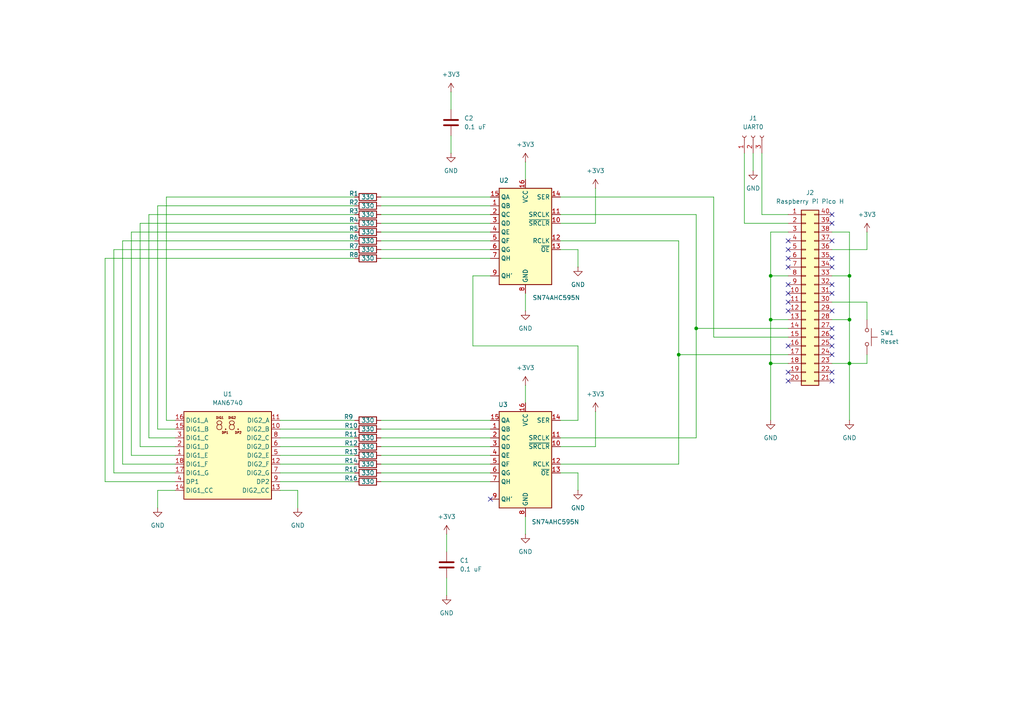
<source format=kicad_sch>
(kicad_sch (version 20231120) (generator "eeschema") (generator_version "8.0")
  (paper "A4")
  (title_block (title "Seven Segment Driver Test") (date "2024-07-20") (rev "0.1.0"))
  (lib_symbols
    (symbol "74xx:74AHC595"
      (property "Reference" "U" (at -7.62 13.97 0))
      (property "Value" "74AHC595" (at -7.62 -16.51 0))
      (symbol "74AHC595_1_0"
        (pin tri_state line (at 10.16 7.62 180) (length 2.54) (name "QB") (number "1"))
        (pin input line (at -10.16 2.54 0) (length 2.54) (name "~{SRCLR}") (number "10"))
        (pin input line (at -10.16 5.08 0) (length 2.54) (name "SRCLK") (number "11"))
        (pin input line (at -10.16 -2.54 0) (length 2.54) (name "RCLK") (number "12"))
        (pin input line (at -10.16 -5.08 0) (length 2.54) (name "~{OE}") (number "13"))
        (pin input line (at -10.16 10.16 0) (length 2.54) (name "SER") (number "14"))
        (pin tri_state line (at 10.16 10.16 180) (length 2.54) (name "QA") (number "15"))
        (pin power_in line (at 0 15.24 270) (length 2.54) (name "VCC") (number "16"))
        (pin tri_state line (at 10.16 5.08 180) (length 2.54) (name "QC") (number "2"))
        (pin tri_state line (at 10.16 2.54 180) (length 2.54) (name "QD") (number "3"))
        (pin tri_state line (at 10.16 0 180) (length 2.54) (name "QE") (number "4"))
        (pin tri_state line (at 10.16 -2.54 180) (length 2.54) (name "QF") (number "5"))
        (pin tri_state line (at 10.16 -5.08 180) (length 2.54) (name "QG") (number "6"))
        (pin tri_state line (at 10.16 -7.62 180) (length 2.54) (name "QH") (number "7"))
        (pin power_in line (at 0 -17.78 90) (length 2.54) (name "GND") (number "8"))
        (pin output line (at 10.16 -12.7 180) (length 2.54) (name "QH'") (number "9"))
      )
      (symbol "74AHC595_1_1"
        (rectangle (start -7.62 12.7) (end 7.62 -15.24) (stroke (width 0.254)) (fill (type background)))
      )
    )
    (symbol "Connector:Conn_01x03_Socket" (pin_names (offset 1.016) hide)
      (property "Reference" "J" (at 0 5.08 0))
      (property "Value" "Conn_01x03_Socket" (at 0 -5.08 0))
      (symbol "Conn_01x03_Socket_1_1"
        (arc (start 0 -2.032) (mid -0.5058 -2.54) (end 0 -3.048) (stroke (width 0.1524)))
        (polyline (pts (xy -1.27 -2.54) (xy -0.508 -2.54)) (stroke (width 0.1524)))
        (polyline (pts (xy -1.27 0) (xy -0.508 0)) (stroke (width 0.1524)))
        (polyline (pts (xy -1.27 2.54) (xy -0.508 2.54)) (stroke (width 0.1524)))
        (arc (start 0 0.508) (mid -0.5058 0) (end 0 -0.508) (stroke (width 0.1524)))
        (arc (start 0 3.048) (mid -0.5058 2.54) (end 0 2.032) (stroke (width 0.1524)))
        (pin passive line (at -5.08 2.54 0) (length 3.81) (name "Pin_1") (number "1"))
        (pin passive line (at -5.08 0 0) (length 3.81) (name "Pin_2") (number "2"))
        (pin passive line (at -5.08 -2.54 0) (length 3.81) (name "Pin_3") (number "3"))
      )
    )
    (symbol "Connector_Generic:Conn_02x20_Counter_Clockwise" (pin_names (offset 1.016) hide)
      (property "Reference" "J" (at 1.27 25.4 0))
      (property "Value" "Conn_02x20_Counter_Clockwise" (at 1.27 -27.94 0))
      (symbol "Conn_02x20_Counter_Clockwise_1_1"
        (rectangle (start -1.27 -25.273) (end 0 -25.527) (stroke (width 0.1524)))
        (rectangle (start -1.27 -22.733) (end 0 -22.987) (stroke (width 0.1524)))
        (rectangle (start -1.27 -20.193) (end 0 -20.447) (stroke (width 0.1524)))
        (rectangle (start -1.27 -17.653) (end 0 -17.907) (stroke (width 0.1524)))
        (rectangle (start -1.27 -15.113) (end 0 -15.367) (stroke (width 0.1524)))
        (rectangle (start -1.27 -12.573) (end 0 -12.827) (stroke (width 0.1524)))
        (rectangle (start -1.27 -10.033) (end 0 -10.287) (stroke (width 0.1524)))
        (rectangle (start -1.27 -7.493) (end 0 -7.747) (stroke (width 0.1524)))
        (rectangle (start -1.27 -4.953) (end 0 -5.207) (stroke (width 0.1524)))
        (rectangle (start -1.27 -2.413) (end 0 -2.667) (stroke (width 0.1524)))
        (rectangle (start -1.27 0.127) (end 0 -0.127) (stroke (width 0.1524)))
        (rectangle (start -1.27 2.667) (end 0 2.413) (stroke (width 0.1524)))
        (rectangle (start -1.27 5.207) (end 0 4.953) (stroke (width 0.1524)))
        (rectangle (start -1.27 7.747) (end 0 7.493) (stroke (width 0.1524)))
        (rectangle (start -1.27 10.287) (end 0 10.033) (stroke (width 0.1524)))
        (rectangle (start -1.27 12.827) (end 0 12.573) (stroke (width 0.1524)))
        (rectangle (start -1.27 15.367) (end 0 15.113) (stroke (width 0.1524)))
        (rectangle (start -1.27 17.907) (end 0 17.653) (stroke (width 0.1524)))
        (rectangle (start -1.27 20.447) (end 0 20.193) (stroke (width 0.1524)))
        (rectangle (start -1.27 22.987) (end 0 22.733) (stroke (width 0.1524)))
        (rectangle (start -1.27 24.13) (end 3.81 -26.67) (stroke (width 0.254)) (fill (type background)))
        (rectangle (start 3.81 -25.273) (end 2.54 -25.527) (stroke (width 0.1524)))
        (rectangle (start 3.81 -22.733) (end 2.54 -22.987) (stroke (width 0.1524)))
        (rectangle (start 3.81 -20.193) (end 2.54 -20.447) (stroke (width 0.1524)))
        (rectangle (start 3.81 -17.653) (end 2.54 -17.907) (stroke (width 0.1524)))
        (rectangle (start 3.81 -15.113) (end 2.54 -15.367) (stroke (width 0.1524)))
        (rectangle (start 3.81 -12.573) (end 2.54 -12.827) (stroke (width 0.1524)))
        (rectangle (start 3.81 -10.033) (end 2.54 -10.287) (stroke (width 0.1524)))
        (rectangle (start 3.81 -7.493) (end 2.54 -7.747) (stroke (width 0.1524)))
        (rectangle (start 3.81 -4.953) (end 2.54 -5.207) (stroke (width 0.1524)))
        (rectangle (start 3.81 -2.413) (end 2.54 -2.667) (stroke (width 0.1524)))
        (rectangle (start 3.81 0.127) (end 2.54 -0.127) (stroke (width 0.1524)))
        (rectangle (start 3.81 2.667) (end 2.54 2.413) (stroke (width 0.1524)))
        (rectangle (start 3.81 5.207) (end 2.54 4.953) (stroke (width 0.1524)))
        (rectangle (start 3.81 7.747) (end 2.54 7.493) (stroke (width 0.1524)))
        (rectangle (start 3.81 10.287) (end 2.54 10.033) (stroke (width 0.1524)))
        (rectangle (start 3.81 12.827) (end 2.54 12.573) (stroke (width 0.1524)))
        (rectangle (start 3.81 15.367) (end 2.54 15.113) (stroke (width 0.1524)))
        (rectangle (start 3.81 17.907) (end 2.54 17.653) (stroke (width 0.1524)))
        (rectangle (start 3.81 20.447) (end 2.54 20.193) (stroke (width 0.1524)))
        (rectangle (start 3.81 22.987) (end 2.54 22.733) (stroke (width 0.1524)))
        (pin passive line (at -5.08 22.86 0) (length 3.81) (name "Pin_1") (number "1"))
        (pin passive line (at -5.08 0 0) (length 3.81) (name "Pin_10") (number "10"))
        (pin passive line (at -5.08 -2.54 0) (length 3.81) (name "Pin_11") (number "11"))
        (pin passive line (at -5.08 -5.08 0) (length 3.81) (name "Pin_12") (number "12"))
        (pin passive line (at -5.08 -7.62 0) (length 3.81) (name "Pin_13") (number "13"))
        (pin passive line (at -5.08 -10.16 0) (length 3.81) (name "Pin_14") (number "14"))
        (pin passive line (at -5.08 -12.7 0) (length 3.81) (name "Pin_15") (number "15"))
        (pin passive line (at -5.08 -15.24 0) (length 3.81) (name "Pin_16") (number "16"))
        (pin passive line (at -5.08 -17.78 0) (length 3.81) (name "Pin_17") (number "17"))
        (pin passive line (at -5.08 -20.32 0) (length 3.81) (name "Pin_18") (number "18"))
        (pin passive line (at -5.08 -22.86 0) (length 3.81) (name "Pin_19") (number "19"))
        (pin passive line (at -5.08 20.32 0) (length 3.81) (name "Pin_2") (number "2"))
        (pin passive line (at -5.08 -25.4 0) (length 3.81) (name "Pin_20") (number "20"))
        (pin passive line (at 7.62 -25.4 180) (length 3.81) (name "Pin_21") (number "21"))
        (pin passive line (at 7.62 -22.86 180) (length 3.81) (name "Pin_22") (number "22"))
        (pin passive line (at 7.62 -20.32 180) (length 3.81) (name "Pin_23") (number "23"))
        (pin passive line (at 7.62 -17.78 180) (length 3.81) (name "Pin_24") (number "24"))
        (pin passive line (at 7.62 -15.24 180) (length 3.81) (name "Pin_25") (number "25"))
        (pin passive line (at 7.62 -12.7 180) (length 3.81) (name "Pin_26") (number "26"))
        (pin passive line (at 7.62 -10.16 180) (length 3.81) (name "Pin_27") (number "27"))
        (pin passive line (at 7.62 -7.62 180) (length 3.81) (name "Pin_28") (number "28"))
        (pin passive line (at 7.62 -5.08 180) (length 3.81) (name "Pin_29") (number "29"))
        (pin passive line (at -5.08 17.78 0) (length 3.81) (name "Pin_3") (number "3"))
        (pin passive line (at 7.62 -2.54 180) (length 3.81) (name "Pin_30") (number "30"))
        (pin passive line (at 7.62 0 180) (length 3.81) (name "Pin_31") (number "31"))
        (pin passive line (at 7.62 2.54 180) (length 3.81) (name "Pin_32") (number "32"))
        (pin passive line (at 7.62 5.08 180) (length 3.81) (name "Pin_33") (number "33"))
        (pin passive line (at 7.62 7.62 180) (length 3.81) (name "Pin_34") (number "34"))
        (pin passive line (at 7.62 10.16 180) (length 3.81) (name "Pin_35") (number "35"))
        (pin passive line (at 7.62 12.7 180) (length 3.81) (name "Pin_36") (number "36"))
        (pin passive line (at 7.62 15.24 180) (length 3.81) (name "Pin_37") (number "37"))
        (pin passive line (at 7.62 17.78 180) (length 3.81) (name "Pin_38") (number "38"))
        (pin passive line (at 7.62 20.32 180) (length 3.81) (name "Pin_39") (number "39"))
        (pin passive line (at -5.08 15.24 0) (length 3.81) (name "Pin_4") (number "4"))
        (pin passive line (at 7.62 22.86 180) (length 3.81) (name "Pin_40") (number "40"))
        (pin passive line (at -5.08 12.7 0) (length 3.81) (name "Pin_5") (number "5"))
        (pin passive line (at -5.08 10.16 0) (length 3.81) (name "Pin_6") (number "6"))
        (pin passive line (at -5.08 7.62 0) (length 3.81) (name "Pin_7") (number "7"))
        (pin passive line (at -5.08 5.08 0) (length 3.81) (name "Pin_8") (number "8"))
        (pin passive line (at -5.08 2.54 0) (length 3.81) (name "Pin_9") (number "9"))
      )
    )
    (symbol "Device:C" (pin_numbers hide) (pin_names (offset 0.254))
      (property "Reference" "C" (at 0.635 2.54 0))
      (property "Value" "C" (at 0.635 -2.54 0))
      (symbol "C_0_1"
        (polyline (pts (xy -2.032 -0.762) (xy 2.032 -0.762)) (stroke (width 0.508)))
        (polyline (pts (xy -2.032 0.762) (xy 2.032 0.762)) (stroke (width 0.508)))
      )
      (symbol "C_1_1"
        (pin passive line (at 0 3.81 270) (length 2.794) (name "~") (number "1"))
        (pin passive line (at 0 -3.81 90) (length 2.794) (name "~") (number "2"))
      )
    )
    (symbol "Device:R" (pin_numbers hide) (pin_names (offset 0))
      (property "Reference" "R" (at 2.032 0 90))
      (property "Value" "R" (at 0 0 90))
      (symbol "R_0_1"
        (rectangle (start -1.016 -2.54) (end 1.016 2.54) (stroke (width 0.254)))
      )
      (symbol "R_1_1"
        (pin passive line (at 0 3.81 270) (length 1.27) (name "~") (number "1"))
        (pin passive line (at 0 -3.81 90) (length 1.27) (name "~") (number "2"))
      )
    )
    (symbol "Display_Character:DC56-11EWA"
      (property "Reference" "U" (at -11.43 13.97 0))
      (property "Value" "DC56-11EWA" (at 12.065 13.97 0))
      (symbol "DC56-11EWA_0_0"
        (text "8.8." (at 0 8.636 0) (effects (font (size 2.54 2.54))))
        (text "DIG1" (at -2.286 10.922 0) (effects (font (size 0.635 0.635))))
        (text "DIG2" (at 1.27 10.922 0) (effects (font (size 0.635 0.635))))
        (text "DP1" (at -0.762 6.604 0) (effects (font (size 0.635 0.635))))
        (text "DP2" (at 3.048 6.604 0) (effects (font (size 0.635 0.635))))
      )
      (symbol "DC56-11EWA_0_1"
        (rectangle (start -12.7 12.7) (end 12.7 -12.7) (stroke (width 0.254)) (fill (type background)))
      )
      (symbol "DC56-11EWA_1_1"
        (pin input line (at -15.24 0 0) (length 2.54) (name "DIG1_E") (number "1"))
        (pin input line (at 15.24 7.62 180) (length 2.54) (name "DIG2_B") (number "10"))
        (pin input line (at 15.24 10.16 180) (length 2.54) (name "DIG2_A") (number "11"))
        (pin input line (at 15.24 -2.54 180) (length 2.54) (name "DIG2_F") (number "12"))
        (pin input line (at 15.24 -10.16 180) (length 2.54) (name "DIG2_CC") (number "13"))
        (pin input line (at -15.24 -10.16 0) (length 2.54) (name "DIG1_CC") (number "14"))
        (pin input line (at -15.24 7.62 0) (length 2.54) (name "DIG1_B") (number "15"))
        (pin input line (at -15.24 10.16 0) (length 2.54) (name "DIG1_A") (number "16"))
        (pin input line (at -15.24 -5.08 0) (length 2.54) (name "DIG1_G") (number "17"))
        (pin input line (at -15.24 -2.54 0) (length 2.54) (name "DIG1_F") (number "18"))
        (pin input line (at -15.24 2.54 0) (length 2.54) (name "DIG1_D") (number "2"))
        (pin input line (at -15.24 5.08 0) (length 2.54) (name "DIG1_C") (number "3"))
        (pin input line (at -15.24 -7.62 0) (length 2.54) (name "DP1") (number "4"))
        (pin input line (at 15.24 0 180) (length 2.54) (name "DIG2_E") (number "5"))
        (pin input line (at 15.24 2.54 180) (length 2.54) (name "DIG2_D") (number "6"))
        (pin input line (at 15.24 -5.08 180) (length 2.54) (name "DIG2_G") (number "7"))
        (pin input line (at 15.24 5.08 180) (length 2.54) (name "DIG2_C") (number "8"))
        (pin input line (at 15.24 -7.62 180) (length 2.54) (name "DP2") (number "9"))
      )
    )
    (symbol "Switch:SW_Push" (pin_numbers hide) (pin_names (offset 1.016) hide)
      (property "Reference" "SW" (at 1.27 2.54 0))
      (property "Value" "SW_Push" (at 0 -1.524 0))
      (symbol "SW_Push_0_1"
        (circle (center -2.032 0) (radius 0.508))
        (polyline (pts (xy 0 1.27) (xy 0 3.048)))
        (polyline (pts (xy 2.54 1.27) (xy -2.54 1.27)))
        (circle (center 2.032 0) (radius 0.508))
        (pin passive line (at -5.08 0 0) (length 2.54) (name "1") (number "1"))
        (pin passive line (at 5.08 0 180) (length 2.54) (name "2") (number "2"))
      )
    )
    (symbol "power:+3V3" (power) (pin_numbers hide) (pin_names (offset 0) hide)
      (property "Value" "+3V3" (at 0 3.556 0))
      (symbol "+3V3_0_1"
        (polyline (pts (xy -0.762 1.27) (xy 0 2.54)))
        (polyline (pts (xy 0 0) (xy 0 2.54)))
        (polyline (pts (xy 0 2.54) (xy 0.762 1.27)))
      )
      (symbol "+3V3_1_1"
        (pin power_in line (at 0 0 90) (length 0) (name "~") (number "1"))
      )
    )
    (symbol "power:GND" (power) (pin_numbers hide) (pin_names (offset 0) hide)
      (property "Value" "GND" (at 0 -3.81 0))
      (symbol "GND_0_1"
        (polyline (pts (xy 0 0) (xy 0 -1.27) (xy 1.27 -1.27) (xy 0 -2.54) (xy -1.27 -1.27) (xy 0 -1.27)))
      )
      (symbol "GND_1_1"
        (pin power_in line (at 0 0 270) (length 0) (name "~") (number "1"))
      )
    )
  )
  (junction (at 223.52 105.41))
  (junction (at 223.52 80.01))
  (junction (at 201.93 95.25))
  (junction (at 223.52 92.71))
  (junction (at 246.38 92.71))
  (junction (at 196.85 102.87))
  (junction (at 246.38 105.41))
  (junction (at 246.38 80.01))
  (no_connect (at 228.6 110.49))
  (no_connect (at 228.6 107.95))
  (no_connect (at 228.6 100.33))
  (no_connect (at 241.3 102.87))
  (no_connect (at 241.3 95.25))
  (no_connect (at 241.3 82.55))
  (no_connect (at 241.3 69.85))
  (no_connect (at 241.3 62.23))
  (no_connect (at 241.3 90.17))
  (no_connect (at 241.3 77.47))
  (no_connect (at 228.6 85.09))
  (no_connect (at 228.6 72.39))
  (no_connect (at 228.6 69.85))
  (no_connect (at 228.6 82.55))
  (no_connect (at 241.3 110.49))
  (no_connect (at 228.6 74.93))
  (no_connect (at 228.6 77.47))
  (no_connect (at 241.3 97.79))
  (no_connect (at 228.6 90.17))
  (no_connect (at 241.3 100.33))
  (no_connect (at 142.24 144.78))
  (no_connect (at 241.3 107.95))
  (no_connect (at 241.3 85.09))
  (no_connect (at 228.6 87.63))
  (no_connect (at 241.3 64.77))
  (no_connect (at 241.3 74.93))
  (wire (pts (xy 223.52 80.01) (xy 223.52 92.71)))
  (wire (pts (xy 162.56 137.16) (xy 167.64 137.16)))
  (wire (pts (xy 218.44 44.45) (xy 218.44 49.53)))
  (wire (pts (xy 223.52 105.41) (xy 223.52 121.92)))
  (wire (pts (xy 81.28 137.16) (xy 102.87 137.16)))
  (wire (pts (xy 196.85 102.87) (xy 228.6 102.87)))
  (wire (pts (xy 251.46 72.39) (xy 251.46 67.31)))
  (wire (pts (xy 81.28 129.54) (xy 102.87 129.54)))
  (wire (pts (xy 110.49 127) (xy 142.24 127)))
  (wire (pts (xy 45.72 59.69) (xy 45.72 124.46)))
  (wire (pts (xy 86.36 147.32) (xy 86.36 142.24)))
  (wire (pts (xy 228.6 95.25) (xy 201.93 95.25)))
  (wire (pts (xy 152.4 46.99) (xy 152.4 52.07)))
  (wire (pts (xy 43.18 127) (xy 50.8 127)))
  (wire (pts (xy 207.01 97.79) (xy 207.01 57.15)))
  (wire (pts (xy 246.38 80.01) (xy 241.3 80.01)))
  (wire (pts (xy 81.28 139.7) (xy 102.87 139.7)))
  (wire (pts (xy 201.93 95.25) (xy 201.93 127)))
  (wire (pts (xy 48.26 57.15) (xy 102.87 57.15)))
  (wire (pts (xy 81.28 132.08) (xy 102.87 132.08)))
  (wire (pts (xy 129.54 154.94) (xy 129.54 160.02)))
  (wire (pts (xy 110.49 132.08) (xy 142.24 132.08)))
  (wire (pts (xy 220.98 62.23) (xy 228.6 62.23)))
  (wire (pts (xy 201.93 62.23) (xy 162.56 62.23)))
  (wire (pts (xy 43.18 62.23) (xy 102.87 62.23)))
  (wire (pts (xy 137.16 100.33) (xy 167.64 100.33)))
  (wire (pts (xy 228.6 105.41) (xy 223.52 105.41)))
  (wire (pts (xy 201.93 95.25) (xy 201.93 62.23)))
  (wire (pts (xy 110.49 69.85) (xy 142.24 69.85)))
  (wire (pts (xy 251.46 105.41) (xy 246.38 105.41)))
  (wire (pts (xy 48.26 57.15) (xy 48.26 121.92)))
  (wire (pts (xy 35.56 69.85) (xy 35.56 134.62)))
  (wire (pts (xy 110.49 121.92) (xy 142.24 121.92)))
  (wire (pts (xy 162.56 57.15) (xy 207.01 57.15)))
  (wire (pts (xy 35.56 134.62) (xy 50.8 134.62)))
  (wire (pts (xy 241.3 67.31) (xy 246.38 67.31)))
  (wire (pts (xy 33.02 72.39) (xy 102.87 72.39)))
  (wire (pts (xy 196.85 102.87) (xy 196.85 134.62)))
  (wire (pts (xy 129.54 167.64) (xy 129.54 172.72)))
  (wire (pts (xy 162.56 64.77) (xy 172.72 64.77)))
  (wire (pts (xy 172.72 119.38) (xy 172.72 129.54)))
  (wire (pts (xy 167.64 72.39) (xy 167.64 77.47)))
  (wire (pts (xy 152.4 85.09) (xy 152.4 90.17)))
  (wire (pts (xy 223.52 92.71) (xy 223.52 105.41)))
  (wire (pts (xy 223.52 67.31) (xy 223.52 80.01)))
  (wire (pts (xy 40.64 129.54) (xy 50.8 129.54)))
  (wire (pts (xy 142.24 80.01) (xy 137.16 80.01)))
  (wire (pts (xy 246.38 80.01) (xy 246.38 92.71)))
  (wire (pts (xy 223.52 80.01) (xy 228.6 80.01)))
  (wire (pts (xy 33.02 137.16) (xy 50.8 137.16)))
  (wire (pts (xy 35.56 69.85) (xy 102.87 69.85)))
  (wire (pts (xy 38.1 132.08) (xy 50.8 132.08)))
  (wire (pts (xy 40.64 64.77) (xy 102.87 64.77)))
  (wire (pts (xy 228.6 97.79) (xy 207.01 97.79)))
  (wire (pts (xy 43.18 62.23) (xy 43.18 127)))
  (wire (pts (xy 30.48 74.93) (xy 102.87 74.93)))
  (wire (pts (xy 110.49 67.31) (xy 142.24 67.31)))
  (wire (pts (xy 110.49 74.93) (xy 142.24 74.93)))
  (wire (pts (xy 246.38 105.41) (xy 241.3 105.41)))
  (wire (pts (xy 152.4 111.76) (xy 152.4 116.84)))
  (wire (pts (xy 38.1 67.31) (xy 38.1 132.08)))
  (wire (pts (xy 81.28 134.62) (xy 102.87 134.62)))
  (wire (pts (xy 167.64 121.92) (xy 162.56 121.92)))
  (wire (pts (xy 167.64 100.33) (xy 167.64 121.92)))
  (wire (pts (xy 196.85 69.85) (xy 196.85 102.87)))
  (wire (pts (xy 48.26 121.92) (xy 50.8 121.92)))
  (wire (pts (xy 110.49 137.16) (xy 142.24 137.16)))
  (wire (pts (xy 228.6 67.31) (xy 223.52 67.31)))
  (wire (pts (xy 162.56 129.54) (xy 172.72 129.54)))
  (wire (pts (xy 110.49 129.54) (xy 142.24 129.54)))
  (wire (pts (xy 241.3 87.63) (xy 251.46 87.63)))
  (wire (pts (xy 251.46 87.63) (xy 251.46 92.71)))
  (wire (pts (xy 81.28 121.92) (xy 102.87 121.92)))
  (wire (pts (xy 162.56 134.62) (xy 196.85 134.62)))
  (wire (pts (xy 30.48 139.7) (xy 50.8 139.7)))
  (wire (pts (xy 110.49 64.77) (xy 142.24 64.77)))
  (wire (pts (xy 45.72 124.46) (xy 50.8 124.46)))
  (wire (pts (xy 110.49 124.46) (xy 142.24 124.46)))
  (wire (pts (xy 215.9 64.77) (xy 228.6 64.77)))
  (wire (pts (xy 33.02 72.39) (xy 33.02 137.16)))
  (wire (pts (xy 81.28 124.46) (xy 102.87 124.46)))
  (wire (pts (xy 241.3 72.39) (xy 251.46 72.39)))
  (wire (pts (xy 45.72 142.24) (xy 45.72 147.32)))
  (wire (pts (xy 172.72 54.61) (xy 172.72 64.77)))
  (wire (pts (xy 130.81 26.67) (xy 130.81 31.75)))
  (wire (pts (xy 86.36 142.24) (xy 81.28 142.24)))
  (wire (pts (xy 215.9 44.45) (xy 215.9 64.77)))
  (wire (pts (xy 196.85 69.85) (xy 162.56 69.85)))
  (wire (pts (xy 45.72 59.69) (xy 102.87 59.69)))
  (wire (pts (xy 130.81 39.37) (xy 130.81 44.45)))
  (wire (pts (xy 50.8 142.24) (xy 45.72 142.24)))
  (wire (pts (xy 246.38 105.41) (xy 246.38 121.92)))
  (wire (pts (xy 40.64 64.77) (xy 40.64 129.54)))
  (wire (pts (xy 220.98 44.45) (xy 220.98 62.23)))
  (wire (pts (xy 30.48 74.93) (xy 30.48 139.7)))
  (wire (pts (xy 110.49 139.7) (xy 142.24 139.7)))
  (wire (pts (xy 251.46 102.87) (xy 251.46 105.41)))
  (wire (pts (xy 246.38 67.31) (xy 246.38 80.01)))
  (wire (pts (xy 110.49 57.15) (xy 142.24 57.15)))
  (wire (pts (xy 110.49 62.23) (xy 142.24 62.23)))
  (wire (pts (xy 228.6 92.71) (xy 223.52 92.71)))
  (wire (pts (xy 81.28 127) (xy 102.87 127)))
  (wire (pts (xy 246.38 92.71) (xy 246.38 105.41)))
  (wire (pts (xy 110.49 59.69) (xy 142.24 59.69)))
  (wire (pts (xy 201.93 127) (xy 162.56 127)))
  (wire (pts (xy 137.16 80.01) (xy 137.16 100.33)))
  (wire (pts (xy 110.49 72.39) (xy 142.24 72.39)))
  (wire (pts (xy 38.1 67.31) (xy 102.87 67.31)))
  (wire (pts (xy 162.56 72.39) (xy 167.64 72.39)))
  (wire (pts (xy 246.38 92.71) (xy 241.3 92.71)))
  (wire (pts (xy 167.64 137.16) (xy 167.64 142.24)))
  (wire (pts (xy 110.49 134.62) (xy 142.24 134.62)))
  (wire (pts (xy 152.4 149.86) (xy 152.4 154.94)))
  (symbol (lib_id "power:GND") (at 167.64 77.47 0) (unit 1)
    (property "Reference" "#PWR011" (effects (hide yes)))
    (property "Value" "GND" (at 167.64 82.55 0))
    (property "Description" "Power symbol creates a global label with name \"GND\" , ground" (effects (hide yes)))
  )
  (symbol (lib_id "Device:C") (at 130.81 35.56 0) (unit 1)
    (property "Reference" "C2" (at 134.62 34.2899 0) (effects (justify left)))
    (property "Value" "0.1 uF" (at 134.62 36.8299 0) (effects (justify left)))
    (property "Description" "Unpolarized capacitor" (effects (hide yes)))
  )
  (symbol (lib_id "power:+3V3") (at 130.81 26.67 0) (unit 1)
    (property "Reference" "#PWR05" (effects (hide yes)))
    (property "Value" "+3V3" (at 130.81 21.59 0))
    (property "Description" "Power symbol creates a global label with name \"+3V3\"" (effects (hide yes)))
  )
  (symbol (lib_id "Connector_Generic:Conn_02x20_Counter_Clockwise") (at 233.68 85.09 0) (unit 1)
    (property "Reference" "J2" (at 234.95 55.88 0))
    (property "Value" "Raspberry Pi Pico H" (at 234.95 58.42 0))
    (property "Description" "Generic connector, double row, 02x20, counter clockwise pin numbering scheme (similar to DIP package numbering), script generated (kicad-library-utils/schlib/autogen/connector/)" (effects (hide yes)))
  )
  (symbol (lib_id "power:+3V3") (at 152.4 111.76 0) (unit 1)
    (property "Reference" "#PWR09" (effects (hide yes)))
    (property "Value" "+3V3" (at 152.4 106.68 0))
    (property "Description" "Power symbol creates a global label with name \"+3V3\"" (effects (hide yes)))
  )
  (symbol (lib_id "Device:R") (at 106.68 134.62 90) (unit 1)
    (property "Reference" "R14" (at 101.854 133.604 90))
    (property "Value" "330" (at 106.68 134.62 90))
    (property "Description" "Resistor" (effects (hide yes)))
  )
  (symbol (lib_id "Device:R") (at 106.68 127 90) (unit 1)
    (property "Reference" "R11" (at 101.854 125.984 90))
    (property "Value" "330" (at 106.68 127 90))
    (property "Description" "Resistor" (effects (hide yes)))
  )
  (symbol (lib_id "power:+3V3") (at 172.72 54.61 0) (unit 1)
    (property "Reference" "#PWR013" (effects (hide yes)))
    (property "Value" "+3V3" (at 172.72 49.53 0))
    (property "Description" "Power symbol creates a global label with name \"+3V3\"" (effects (hide yes)))
  )
  (symbol (lib_id "Device:R") (at 106.68 72.39 90) (unit 1)
    (property "Reference" "R7" (at 102.616 71.374 90))
    (property "Value" "330" (at 106.68 72.39 90))
    (property "Description" "Resistor" (effects (hide yes)))
  )
  (symbol (lib_id "Device:R") (at 106.68 121.92 90) (unit 1)
    (property "Reference" "R9" (at 101.092 120.904 90))
    (property "Value" "330" (at 106.68 121.92 90))
    (property "Description" "Resistor" (effects (hide yes)))
  )
  (symbol (lib_id "Device:R") (at 106.68 64.77 90) (unit 1)
    (property "Reference" "R4" (at 102.616 63.754 90))
    (property "Value" "330" (at 106.68 64.77 90))
    (property "Description" "Resistor" (effects (hide yes)))
  )
  (symbol (lib_id "Display_Character:DC56-11EWA") (at 66.04 132.08 0) (unit 1)
    (property "Reference" "U1" (at 66.04 114.3 0))
    (property "Value" "MAN6740" (at 66.04 116.84 0))
    (property "Footprint" "Display_7Segment:DA56-11SURKWA" (effects (hide yes)))
    (property "Datasheet" "http://www.kingbrightusa.com/images/catalog/SPEC/DC56-11EWA.pdf" (effects (hide yes)))
    (property "Description" "Double digit 7 segment super bright red LED common cathode" (effects (hide yes)))
  )
  (symbol (lib_id "power:GND") (at 218.44 49.53 0) (unit 1)
    (property "Reference" "#PWR015" (effects (hide yes)))
    (property "Value" "GND" (at 218.44 54.61 0))
    (property "Description" "Power symbol creates a global label with name \"GND\" , ground" (effects (hide yes)))
  )
  (symbol (lib_id "Device:R") (at 106.68 124.46 90) (unit 1)
    (property "Reference" "R10" (at 101.854 123.444 90))
    (property "Value" "330" (at 106.68 124.46 90))
    (property "Description" "Resistor" (effects (hide yes)))
  )
  (symbol (lib_id "power:GND") (at 223.52 121.92 0) (unit 1)
    (property "Reference" "#PWR016" (effects (hide yes)))
    (property "Value" "GND" (at 223.52 127 0))
    (property "Description" "Power symbol creates a global label with name \"GND\" , ground" (effects (hide yes)))
  )
  (symbol (lib_id "Device:R") (at 106.68 137.16 90) (unit 1)
    (property "Reference" "R15" (at 101.854 136.144 90))
    (property "Value" "330" (at 106.68 137.16 90))
    (property "Description" "Resistor" (effects (hide yes)))
  )
  (symbol (lib_id "power:GND") (at 130.81 44.45 0) (unit 1)
    (property "Reference" "#PWR06" (effects (hide yes)))
    (property "Value" "GND" (at 130.81 49.53 0))
    (property "Description" "Power symbol creates a global label with name \"GND\" , ground" (effects (hide yes)))
  )
  (symbol (lib_id "Device:R") (at 106.68 74.93 90) (unit 1)
    (property "Reference" "R8" (at 102.616 73.914 90))
    (property "Value" "330" (at 106.68 74.93 90))
    (property "Description" "Resistor" (effects (hide yes)))
  )
  (symbol (lib_id "74xx:74AHC595") (at 152.4 132.08 0) (mirror y) (unit 1)
    (property "Reference" "U3" (at 144.526 117.348 0) (effects (justify right)))
    (property "Value" "SN74AHC595N" (at 154.178 151.384 0) (effects (justify right)))
    (property "Datasheet" "https://assets.nexperia.com/documents/data-sheet/74AHC_AHCT595.pdf" (effects (hide yes)))
    (property "Description" "8-bit serial in/out Shift Register 3-State Outputs" (effects (hide yes)))
  )
  (symbol (lib_id "Device:C") (at 129.54 163.83 0) (unit 1)
    (property "Reference" "C1" (at 133.35 162.5599 0) (effects (justify left)))
    (property "Value" "0.1 uF" (at 133.35 165.0999 0) (effects (justify left)))
    (property "Description" "Unpolarized capacitor" (effects (hide yes)))
  )
  (symbol (lib_id "Switch:SW_Push") (at 251.46 97.79 270) (unit 1)
    (property "Reference" "SW1" (at 255.27 96.5199 90) (effects (justify left)))
    (property "Value" "Reset" (at 255.27 99.0599 90) (effects (justify left)))
    (property "Description" "Push button switch, generic, two pins" (effects (hide yes)))
  )
  (symbol (lib_id "Device:R") (at 106.68 62.23 90) (unit 1)
    (property "Reference" "R3" (at 102.616 61.214 90))
    (property "Value" "330" (at 106.68 62.23 90))
    (property "Description" "Resistor" (effects (hide yes)))
  )
  (symbol (lib_id "Device:R") (at 106.68 57.15 90) (unit 1)
    (property "Reference" "R1" (at 102.616 56.134 90))
    (property "Value" "330" (at 106.68 57.15 90))
    (property "Description" "Resistor" (effects (hide yes)))
  )
  (symbol (lib_id "Device:R") (at 106.68 67.31 90) (unit 1)
    (property "Reference" "R5" (at 102.616 66.294 90))
    (property "Value" "330" (at 106.68 67.31 90))
    (property "Description" "Resistor" (effects (hide yes)))
  )
  (symbol (lib_id "power:+3V3") (at 172.72 119.38 0) (unit 1)
    (property "Reference" "#PWR014" (effects (hide yes)))
    (property "Value" "+3V3" (at 172.72 114.3 0))
    (property "Description" "Power symbol creates a global label with name \"+3V3\"" (effects (hide yes)))
  )
  (symbol (lib_id "power:GND") (at 152.4 154.94 0) (unit 1)
    (property "Reference" "#PWR010" (effects (hide yes)))
    (property "Value" "GND" (at 152.4 160.02 0))
    (property "Description" "Power symbol creates a global label with name \"GND\" , ground" (effects (hide yes)))
  )
  (symbol (lib_id "power:GND") (at 86.36 147.32 0) (unit 1)
    (property "Reference" "#PWR02" (effects (hide yes)))
    (property "Value" "GND" (at 86.36 152.4 0))
    (property "Description" "Power symbol creates a global label with name \"GND\" , ground" (effects (hide yes)))
  )
  (symbol (lib_id "Device:R") (at 106.68 129.54 90) (unit 1)
    (property "Reference" "R12" (at 101.854 128.524 90))
    (property "Value" "330" (at 106.68 129.54 90))
    (property "Description" "Resistor" (effects (hide yes)))
  )
  (symbol (lib_id "power:+3V3") (at 152.4 46.99 0) (unit 1)
    (property "Reference" "#PWR07" (effects (hide yes)))
    (property "Value" "+3V3" (at 152.4 41.91 0))
    (property "Description" "Power symbol creates a global label with name \"+3V3\"" (effects (hide yes)))
  )
  (symbol (lib_id "power:+3V3") (at 129.54 154.94 0) (unit 1)
    (property "Reference" "#PWR03" (effects (hide yes)))
    (property "Value" "+3V3" (at 129.54 149.86 0))
    (property "Description" "Power symbol creates a global label with name \"+3V3\"" (effects (hide yes)))
  )
  (symbol (lib_id "power:GND") (at 167.64 142.24 0) (unit 1)
    (property "Reference" "#PWR012" (effects (hide yes)))
    (property "Value" "GND" (at 167.64 147.32 0))
    (property "Description" "Power symbol creates a global label with name \"GND\" , ground" (effects (hide yes)))
  )
  (symbol (lib_id "power:GND") (at 45.72 147.32 0) (unit 1)
    (property "Reference" "#PWR01" (effects (hide yes)))
    (property "Value" "GND" (at 45.72 152.4 0))
    (property "Description" "Power symbol creates a global label with name \"GND\" , ground" (effects (hide yes)))
  )
  (symbol (lib_id "power:+3V3") (at 251.46 67.31 0) (unit 1)
    (property "Reference" "#PWR018" (effects (hide yes)))
    (property "Value" "+3V3" (at 251.46 62.23 0))
    (property "Description" "Power symbol creates a global label with name \"+3V3\"" (effects (hide yes)))
  )
  (symbol (lib_id "74xx:74AHC595") (at 152.4 67.31 0) (mirror y) (unit 1)
    (property "Reference" "U2" (at 144.78 52.324 0) (effects (justify right)))
    (property "Value" "SN74AHC595N" (at 154.432 86.36 0) (effects (justify right)))
    (property "Datasheet" "https://assets.nexperia.com/documents/data-sheet/74AHC_AHCT595.pdf" (effects (hide yes)))
    (property "Description" "8-bit serial in/out Shift Register 3-State Outputs" (effects (hide yes)))
  )
  (symbol (lib_id "Connector:Conn_01x03_Socket") (at 218.44 39.37 90) (unit 1)
    (property "Reference" "J1" (at 218.44 34.29 90))
    (property "Value" "UART0" (at 218.44 36.83 90))
    (property "Description" "Generic connector, single row, 01x03, script generated" (effects (hide yes)))
  )
  (symbol (lib_id "Device:R") (at 106.68 59.69 90) (unit 1)
    (property "Reference" "R2" (at 102.616 58.674 90))
    (property "Value" "330" (at 106.68 59.69 90))
    (property "Description" "Resistor" (effects (hide yes)))
  )
  (symbol (lib_id "Device:R") (at 106.68 69.85 90) (unit 1)
    (property "Reference" "R6" (at 102.616 68.834 90))
    (property "Value" "330" (at 106.68 69.85 90))
    (property "Description" "Resistor" (effects (hide yes)))
  )
  (symbol (lib_id "Device:R") (at 106.68 132.08 90) (unit 1)
    (property "Reference" "R13" (at 101.854 131.064 90))
    (property "Value" "330" (at 106.68 132.08 90))
    (property "Description" "Resistor" (effects (hide yes)))
  )
  (symbol (lib_id "power:GND") (at 129.54 172.72 0) (unit 1)
    (property "Reference" "#PWR04" (effects (hide yes)))
    (property "Value" "GND" (at 129.54 177.8 0))
    (property "Description" "Power symbol creates a global label with name \"GND\" , ground" (effects (hide yes)))
  )
  (symbol (lib_id "power:GND") (at 246.38 121.92 0) (unit 1)
    (property "Reference" "#PWR017" (effects (hide yes)))
    (property "Value" "GND" (at 246.38 127 0))
    (property "Description" "Power symbol creates a global label with name \"GND\" , ground" (effects (hide yes)))
  )
  (symbol (lib_id "Device:R") (at 106.68 139.7 90) (unit 1)
    (property "Reference" "R16" (at 101.854 138.684 90))
    (property "Value" "330" (at 106.68 139.7 90))
    (property "Description" "Resistor" (effects (hide yes)))
  )
  (symbol (lib_id "power:GND") (at 152.4 90.17 0) (unit 1)
    (property "Reference" "#PWR08" (effects (hide yes)))
    (property "Value" "GND" (at 152.4 95.25 0))
    (property "Description" "Power symbol creates a global label with name \"GND\" , ground" (effects (hide yes)))
  )
)
</source>
